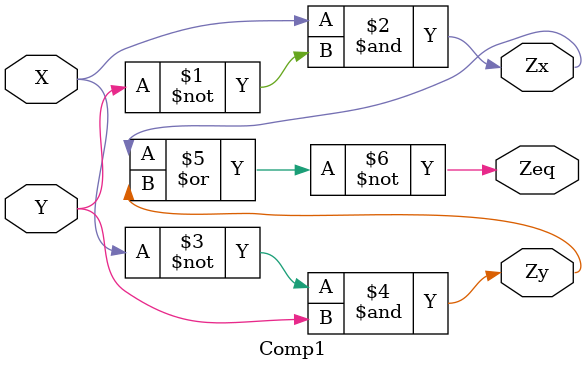
<source format=v>
`timescale 1ns / 1ps


module Comp1(
    input X,
    input Y,
    output Zx,
    output Zy,
    output Zeq
    );

    assign Zx = X & ~Y;
    assign Zy = ~X & Y;
    assign Zeq = ~(Zx | Zy);
    
endmodule

</source>
